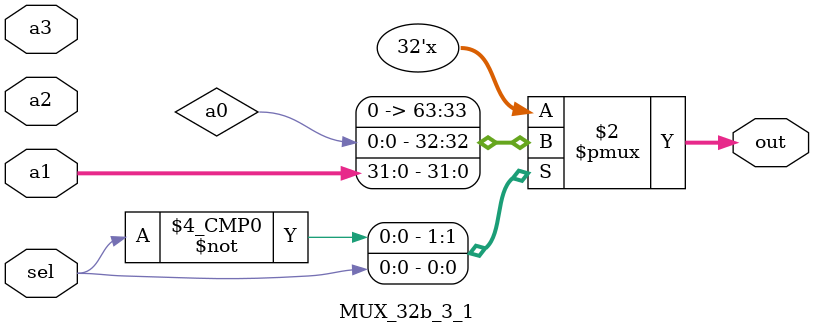
<source format=v>
`timescale 1ns / 1ps

module MUX_32b_3_1(
    input [31:0]a1,
    input [31:0]a2,
    input [31:0]a3,
    input sel,
    output reg [31:0] out
);

    always @(*) begin
        case (sel)
            2'b00 : out = a0;
            2'b01 : out = a1;
            2'b10 : out = a2;
            default : out = a2;
        endcase
    end
    
endmodule
</source>
